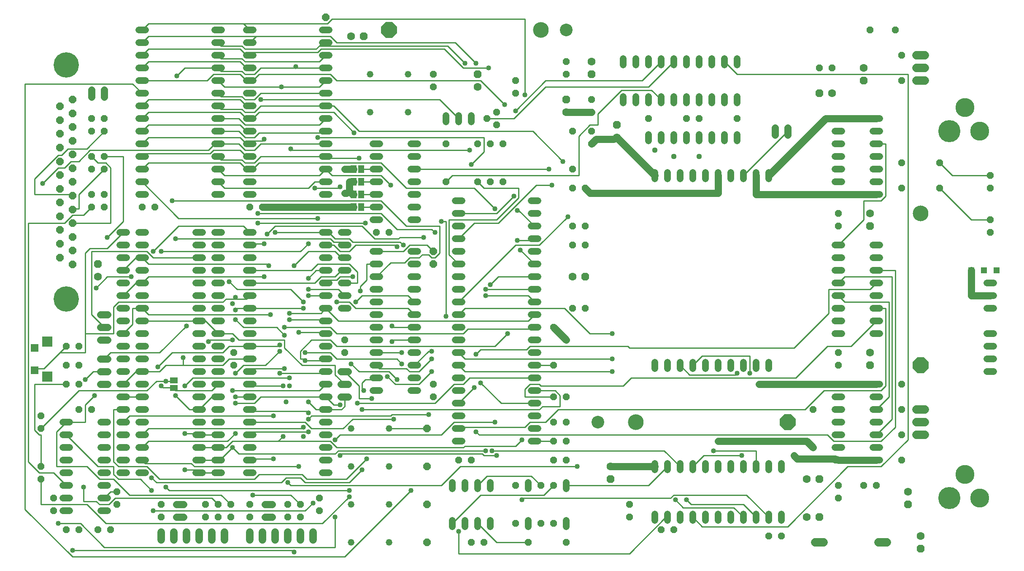
<source format=gbl>
G04 EAGLE Gerber RS-274X export*
G75*
%MOMM*%
%FSLAX34Y34*%
%LPD*%
%INBottom Copper*%
%IPPOS*%
%AMOC8*
5,1,8,0,0,1.08239X$1,22.5*%
G01*
%ADD10C,1.676400*%
%ADD11P,1.732040X8X292.500000*%
%ADD12C,1.600200*%
%ADD13P,1.429621X8X292.500000*%
%ADD14P,1.429621X8X202.500000*%
%ADD15C,1.320800*%
%ADD16P,1.429621X8X112.500000*%
%ADD17P,1.429621X8X22.500000*%
%ADD18C,1.422400*%
%ADD19P,1.539592X8X22.500000*%
%ADD20P,1.539592X8X202.500000*%
%ADD21C,3.149600*%
%ADD22P,3.409096X8X22.500000*%
%ADD23P,3.409096X8X292.500000*%
%ADD24P,1.732040X8X202.500000*%
%ADD25P,1.732040X8X22.500000*%
%ADD26P,1.732040X8X112.500000*%
%ADD27C,1.320800*%
%ADD28R,1.168400X1.600200*%
%ADD29C,1.524000*%
%ADD30R,1.524000X1.524000*%
%ADD31R,2.095500X2.095500*%
%ADD32C,4.445000*%
%ADD33C,3.810000*%
%ADD34C,2.540000*%
%ADD35P,1.649562X8X112.500000*%
%ADD36C,5.080000*%
%ADD37P,3.409096X8X202.500000*%
%ADD38P,1.649562X8X22.500000*%
%ADD39R,1.308000X1.308000*%
%ADD40R,1.600200X1.168400*%
%ADD41C,1.117600*%
%ADD42C,1.016000*%
%ADD43C,0.254000*%


D10*
X1795018Y1016000D02*
X1811782Y1016000D01*
X1811782Y990600D02*
X1795018Y990600D01*
X1795018Y965200D02*
X1811782Y965200D01*
D11*
X1689100Y965200D03*
D12*
X1689100Y990600D03*
D13*
X1765300Y1016000D03*
X1765300Y965200D03*
D14*
X1752600Y1066800D03*
X1701800Y1066800D03*
D15*
X1035304Y241300D02*
X1022096Y241300D01*
X1022096Y266700D02*
X1035304Y266700D01*
X1035304Y393700D02*
X1022096Y393700D01*
X1022096Y419100D02*
X1035304Y419100D01*
X1035304Y292100D02*
X1022096Y292100D01*
X1022096Y317500D02*
X1035304Y317500D01*
X1035304Y368300D02*
X1022096Y368300D01*
X1022096Y342900D02*
X1035304Y342900D01*
X1035304Y444500D02*
X1022096Y444500D01*
X1022096Y469900D02*
X1035304Y469900D01*
X1035304Y495300D02*
X1022096Y495300D01*
X1022096Y520700D02*
X1035304Y520700D01*
X1035304Y546100D02*
X1022096Y546100D01*
X1022096Y571500D02*
X1035304Y571500D01*
X1035304Y596900D02*
X1022096Y596900D01*
X1022096Y622300D02*
X1035304Y622300D01*
X1035304Y647700D02*
X1022096Y647700D01*
X1022096Y673100D02*
X1035304Y673100D01*
X1035304Y698500D02*
X1022096Y698500D01*
X1022096Y723900D02*
X1035304Y723900D01*
X882904Y723900D02*
X869696Y723900D01*
X869696Y698500D02*
X882904Y698500D01*
X882904Y673100D02*
X869696Y673100D01*
X869696Y647700D02*
X882904Y647700D01*
X882904Y622300D02*
X869696Y622300D01*
X869696Y596900D02*
X882904Y596900D01*
X882904Y571500D02*
X869696Y571500D01*
X869696Y546100D02*
X882904Y546100D01*
X882904Y520700D02*
X869696Y520700D01*
X869696Y495300D02*
X882904Y495300D01*
X882904Y469900D02*
X869696Y469900D01*
X869696Y444500D02*
X882904Y444500D01*
X882904Y419100D02*
X869696Y419100D01*
X869696Y393700D02*
X882904Y393700D01*
X882904Y368300D02*
X869696Y368300D01*
X869696Y342900D02*
X882904Y342900D01*
X882904Y317500D02*
X869696Y317500D01*
X869696Y292100D02*
X882904Y292100D01*
X882904Y266700D02*
X869696Y266700D01*
X869696Y241300D02*
X882904Y241300D01*
X1270000Y95504D02*
X1270000Y82296D01*
X1295400Y82296D02*
X1295400Y95504D01*
X1320800Y95504D02*
X1320800Y82296D01*
X1346200Y82296D02*
X1346200Y95504D01*
X1371600Y95504D02*
X1371600Y82296D01*
X1397000Y82296D02*
X1397000Y95504D01*
X1422400Y95504D02*
X1422400Y82296D01*
X1447800Y82296D02*
X1447800Y95504D01*
X1473200Y95504D02*
X1473200Y82296D01*
X1498600Y82296D02*
X1498600Y95504D01*
X1524000Y95504D02*
X1524000Y82296D01*
X1524000Y183896D02*
X1524000Y197104D01*
X1498600Y197104D02*
X1498600Y183896D01*
X1473200Y183896D02*
X1473200Y197104D01*
X1447800Y197104D02*
X1447800Y183896D01*
X1422400Y183896D02*
X1422400Y197104D01*
X1397000Y197104D02*
X1397000Y183896D01*
X1371600Y183896D02*
X1371600Y197104D01*
X1346200Y197104D02*
X1346200Y183896D01*
X1320800Y183896D02*
X1320800Y197104D01*
X1295400Y197104D02*
X1295400Y183896D01*
X1270000Y183896D02*
X1270000Y197104D01*
X1206500Y920496D02*
X1206500Y933704D01*
X1231900Y933704D02*
X1231900Y920496D01*
X1358900Y920496D02*
X1358900Y933704D01*
X1384300Y933704D02*
X1384300Y920496D01*
X1257300Y920496D02*
X1257300Y933704D01*
X1282700Y933704D02*
X1282700Y920496D01*
X1333500Y920496D02*
X1333500Y933704D01*
X1308100Y933704D02*
X1308100Y920496D01*
X1409700Y920496D02*
X1409700Y933704D01*
X1435100Y933704D02*
X1435100Y920496D01*
X1435100Y996696D02*
X1435100Y1009904D01*
X1409700Y1009904D02*
X1409700Y996696D01*
X1384300Y996696D02*
X1384300Y1009904D01*
X1358900Y1009904D02*
X1358900Y996696D01*
X1333500Y996696D02*
X1333500Y1009904D01*
X1308100Y1009904D02*
X1308100Y996696D01*
X1282700Y996696D02*
X1282700Y1009904D01*
X1257300Y1009904D02*
X1257300Y996696D01*
X1231900Y996696D02*
X1231900Y1009904D01*
X1206500Y1009904D02*
X1206500Y996696D01*
D16*
X850900Y762000D03*
X850900Y838200D03*
D13*
X914400Y838200D03*
X914400Y762000D03*
D17*
X1498600Y50800D03*
X1524000Y50800D03*
D16*
X1143000Y901700D03*
X1143000Y927100D03*
X1104900Y787400D03*
X1104900Y863600D03*
D15*
X1270000Y400304D02*
X1270000Y387096D01*
X1295400Y387096D02*
X1295400Y400304D01*
X1422400Y400304D02*
X1422400Y387096D01*
X1447800Y387096D02*
X1447800Y400304D01*
X1320800Y400304D02*
X1320800Y387096D01*
X1346200Y387096D02*
X1346200Y400304D01*
X1397000Y400304D02*
X1397000Y387096D01*
X1371600Y387096D02*
X1371600Y400304D01*
X1473200Y400304D02*
X1473200Y387096D01*
X1498600Y387096D02*
X1498600Y400304D01*
X1498600Y768096D02*
X1498600Y781304D01*
X1473200Y781304D02*
X1473200Y768096D01*
X1447800Y768096D02*
X1447800Y781304D01*
X1422400Y781304D02*
X1422400Y768096D01*
X1397000Y768096D02*
X1397000Y781304D01*
X1371600Y781304D02*
X1371600Y768096D01*
X1346200Y768096D02*
X1346200Y781304D01*
X1320800Y781304D02*
X1320800Y768096D01*
X1295400Y768096D02*
X1295400Y781304D01*
X1270000Y781304D02*
X1270000Y768096D01*
D18*
X1511300Y856488D02*
X1511300Y870712D01*
X1536700Y870712D02*
X1536700Y856488D01*
D13*
X1587500Y304800D03*
X1587500Y228600D03*
D19*
X1257300Y889000D03*
X1333500Y889000D03*
D20*
X1435100Y889000D03*
X1358900Y889000D03*
D16*
X1143000Y838200D03*
X1143000Y863600D03*
D13*
X1104900Y749300D03*
X1104900Y673100D03*
X1130300Y749300D03*
X1130300Y673100D03*
D15*
X1257300Y844296D02*
X1257300Y857504D01*
X1282700Y857504D02*
X1282700Y844296D01*
X1308100Y844296D02*
X1308100Y857504D01*
X1333500Y857504D02*
X1333500Y844296D01*
X1358900Y844296D02*
X1358900Y857504D01*
X1384300Y857504D02*
X1384300Y844296D01*
X1409700Y844296D02*
X1409700Y857504D01*
X1435100Y857504D02*
X1435100Y844296D01*
X1707896Y457200D02*
X1721104Y457200D01*
X1721104Y482600D02*
X1707896Y482600D01*
X1707896Y609600D02*
X1721104Y609600D01*
X1721104Y635000D02*
X1707896Y635000D01*
X1707896Y508000D02*
X1721104Y508000D01*
X1721104Y533400D02*
X1707896Y533400D01*
X1707896Y584200D02*
X1721104Y584200D01*
X1721104Y558800D02*
X1707896Y558800D01*
X1644904Y635000D02*
X1631696Y635000D01*
X1631696Y609600D02*
X1644904Y609600D01*
X1644904Y584200D02*
X1631696Y584200D01*
X1631696Y558800D02*
X1644904Y558800D01*
X1644904Y533400D02*
X1631696Y533400D01*
X1631696Y508000D02*
X1644904Y508000D01*
X1644904Y482600D02*
X1631696Y482600D01*
X1631696Y457200D02*
X1644904Y457200D01*
X1707896Y203200D02*
X1721104Y203200D01*
X1721104Y228600D02*
X1707896Y228600D01*
X1707896Y355600D02*
X1721104Y355600D01*
X1644904Y355600D02*
X1631696Y355600D01*
X1707896Y254000D02*
X1721104Y254000D01*
X1721104Y279400D02*
X1707896Y279400D01*
X1707896Y330200D02*
X1721104Y330200D01*
X1721104Y304800D02*
X1707896Y304800D01*
X1644904Y330200D02*
X1631696Y330200D01*
X1631696Y304800D02*
X1644904Y304800D01*
X1644904Y279400D02*
X1631696Y279400D01*
X1631696Y254000D02*
X1644904Y254000D01*
X1644904Y228600D02*
X1631696Y228600D01*
X1631696Y203200D02*
X1644904Y203200D01*
X1707896Y736600D02*
X1721104Y736600D01*
X1721104Y762000D02*
X1707896Y762000D01*
X1707896Y889000D02*
X1721104Y889000D01*
X1644904Y889000D02*
X1631696Y889000D01*
X1707896Y787400D02*
X1721104Y787400D01*
X1721104Y812800D02*
X1707896Y812800D01*
X1707896Y863600D02*
X1721104Y863600D01*
X1721104Y838200D02*
X1707896Y838200D01*
X1644904Y863600D02*
X1631696Y863600D01*
X1631696Y838200D02*
X1644904Y838200D01*
X1644904Y812800D02*
X1631696Y812800D01*
X1631696Y787400D02*
X1644904Y787400D01*
X1644904Y762000D02*
X1631696Y762000D01*
X1631696Y736600D02*
X1644904Y736600D01*
D16*
X965200Y762000D03*
X965200Y838200D03*
D15*
X863600Y82804D02*
X863600Y69596D01*
X889000Y69596D02*
X889000Y82804D01*
X914400Y82804D02*
X914400Y69596D01*
X939800Y69596D02*
X939800Y82804D01*
X939800Y145796D02*
X939800Y159004D01*
X914400Y159004D02*
X914400Y145796D01*
X889000Y145796D02*
X889000Y159004D01*
X863600Y159004D02*
X863600Y145796D01*
D13*
X1041400Y152400D03*
X1041400Y76200D03*
D16*
X990600Y76200D03*
X990600Y152400D03*
D13*
X939800Y838200D03*
X939800Y762000D03*
D15*
X1016000Y159004D02*
X1016000Y145796D01*
X1016000Y82804D02*
X1016000Y69596D01*
D16*
X1066800Y76200D03*
X1066800Y152400D03*
D15*
X1092200Y82804D02*
X1092200Y69596D01*
X1092200Y145796D02*
X1092200Y159004D01*
D17*
X1016000Y38100D03*
X1092200Y38100D03*
X1066800Y203200D03*
X1092200Y203200D03*
X1066800Y241300D03*
X1092200Y241300D03*
D16*
X1066800Y393700D03*
X1066800Y469900D03*
D15*
X901700Y882396D02*
X901700Y895604D01*
X850900Y895604D02*
X850900Y882396D01*
X876300Y882396D02*
X876300Y895604D01*
D16*
X952500Y901700D03*
X933450Y889000D03*
X952500Y876300D03*
D17*
X1066800Y330200D03*
X1092200Y330200D03*
X1066800Y279400D03*
X1092200Y279400D03*
D21*
X1231900Y279400D03*
D22*
X1536700Y279400D03*
D21*
X1803400Y698500D03*
D23*
X1803400Y393700D03*
D13*
X1638300Y698500D03*
X1638300Y673100D03*
X1638300Y419100D03*
X1638300Y393700D03*
D11*
X1701800Y673100D03*
D12*
X1701800Y698500D03*
D11*
X1701800Y393700D03*
D12*
X1701800Y419100D03*
D24*
X1600200Y939800D03*
D12*
X1625600Y939800D03*
D25*
X1600200Y165100D03*
D12*
X1574800Y165100D03*
D25*
X1600200Y88900D03*
D12*
X1574800Y88900D03*
D17*
X901700Y38100D03*
X927100Y38100D03*
D11*
X1181100Y165100D03*
D12*
X1181100Y190500D03*
D17*
X1282700Y63500D03*
X1308100Y63500D03*
D13*
X1219200Y114300D03*
X1219200Y88900D03*
D25*
X1130300Y571500D03*
D12*
X1104900Y571500D03*
D17*
X1104900Y508000D03*
X1130300Y508000D03*
X1104900Y635000D03*
X1130300Y635000D03*
D26*
X1092200Y927100D03*
D12*
X1092200Y901700D03*
D11*
X1143000Y977900D03*
D12*
X1143000Y1003300D03*
D13*
X1092200Y1003300D03*
X1092200Y977900D03*
X990600Y965200D03*
X990600Y939800D03*
D26*
X914400Y977900D03*
D12*
X914400Y952500D03*
D26*
X1193800Y876300D03*
D12*
X1193800Y850900D03*
D13*
X1638300Y152400D03*
X1638300Y127000D03*
D17*
X1689100Y152400D03*
X1714500Y152400D03*
D14*
X1625600Y990600D03*
X1600200Y990600D03*
D16*
X1943100Y660400D03*
X1943100Y685800D03*
X1943100Y749300D03*
X1943100Y774700D03*
D17*
X1765300Y749300D03*
X1841500Y749300D03*
X1765300Y800100D03*
X1841500Y800100D03*
D10*
X1811782Y304800D02*
X1795018Y304800D01*
X1795018Y279400D02*
X1811782Y279400D01*
X1811782Y254000D02*
X1795018Y254000D01*
D11*
X1803400Y25400D03*
D12*
X1803400Y50800D03*
D16*
X1765300Y304800D03*
X1765300Y355600D03*
D13*
X1765300Y254000D03*
X1765300Y203200D03*
D15*
X794004Y685800D02*
X780796Y685800D01*
X780796Y711200D02*
X794004Y711200D01*
X794004Y838200D02*
X780796Y838200D01*
X717804Y838200D02*
X704596Y838200D01*
X780796Y736600D02*
X794004Y736600D01*
X794004Y762000D02*
X780796Y762000D01*
X780796Y812800D02*
X794004Y812800D01*
X794004Y787400D02*
X780796Y787400D01*
X717804Y812800D02*
X704596Y812800D01*
X704596Y787400D02*
X717804Y787400D01*
X717804Y762000D02*
X704596Y762000D01*
X704596Y736600D02*
X717804Y736600D01*
X717804Y711200D02*
X704596Y711200D01*
X704596Y685800D02*
X717804Y685800D01*
D27*
X698500Y977900D03*
X698500Y901700D03*
X774700Y901700D03*
X774700Y977900D03*
D28*
X665480Y787400D03*
X680720Y787400D03*
X665480Y736600D03*
X680720Y736600D03*
X665480Y762000D03*
X680720Y762000D03*
X665480Y711200D03*
X680720Y711200D03*
D16*
X825500Y952500D03*
X825500Y977900D03*
D17*
X711200Y660400D03*
X736600Y660400D03*
D15*
X1936496Y558800D02*
X1949704Y558800D01*
X1949704Y533400D02*
X1936496Y533400D01*
X1936496Y457200D02*
X1949704Y457200D01*
X1949704Y431800D02*
X1936496Y431800D01*
X1936496Y406400D02*
X1949704Y406400D01*
X1949704Y508000D02*
X1936496Y508000D01*
X1936496Y381000D02*
X1949704Y381000D01*
X616204Y736600D02*
X602996Y736600D01*
X602996Y762000D02*
X616204Y762000D01*
X616204Y787400D02*
X602996Y787400D01*
X602996Y812800D02*
X616204Y812800D01*
X616204Y838200D02*
X602996Y838200D01*
X602996Y863600D02*
X616204Y863600D01*
X616204Y889000D02*
X602996Y889000D01*
X602996Y914400D02*
X616204Y914400D01*
X616204Y939800D02*
X602996Y939800D01*
X602996Y965200D02*
X616204Y965200D01*
X616204Y990600D02*
X602996Y990600D01*
X602996Y1016000D02*
X616204Y1016000D01*
X616204Y1041400D02*
X602996Y1041400D01*
X602996Y1066800D02*
X616204Y1066800D01*
X463804Y1066800D02*
X450596Y1066800D01*
X450596Y1041400D02*
X463804Y1041400D01*
X463804Y1016000D02*
X450596Y1016000D01*
X450596Y990600D02*
X463804Y990600D01*
X463804Y965200D02*
X450596Y965200D01*
X450596Y939800D02*
X463804Y939800D01*
X463804Y914400D02*
X450596Y914400D01*
X450596Y889000D02*
X463804Y889000D01*
X463804Y863600D02*
X450596Y863600D01*
X450596Y838200D02*
X463804Y838200D01*
X463804Y812800D02*
X450596Y812800D01*
X450596Y787400D02*
X463804Y787400D01*
X463804Y762000D02*
X450596Y762000D01*
X450596Y736600D02*
X463804Y736600D01*
X400304Y736600D02*
X387096Y736600D01*
X387096Y762000D02*
X400304Y762000D01*
X400304Y889000D02*
X387096Y889000D01*
X387096Y914400D02*
X400304Y914400D01*
X400304Y787400D02*
X387096Y787400D01*
X387096Y812800D02*
X400304Y812800D01*
X400304Y863600D02*
X387096Y863600D01*
X387096Y838200D02*
X400304Y838200D01*
X400304Y939800D02*
X387096Y939800D01*
X387096Y965200D02*
X400304Y965200D01*
X400304Y990600D02*
X387096Y990600D01*
X387096Y1016000D02*
X400304Y1016000D01*
X400304Y1041400D02*
X387096Y1041400D01*
X387096Y1066800D02*
X400304Y1066800D01*
X247904Y1066800D02*
X234696Y1066800D01*
X234696Y1041400D02*
X247904Y1041400D01*
X247904Y1016000D02*
X234696Y1016000D01*
X234696Y990600D02*
X247904Y990600D01*
X247904Y965200D02*
X234696Y965200D01*
X234696Y939800D02*
X247904Y939800D01*
X247904Y914400D02*
X234696Y914400D01*
X234696Y889000D02*
X247904Y889000D01*
X247904Y863600D02*
X234696Y863600D01*
X234696Y838200D02*
X247904Y838200D01*
X247904Y812800D02*
X234696Y812800D01*
X234696Y787400D02*
X247904Y787400D01*
X247904Y762000D02*
X234696Y762000D01*
X234696Y736600D02*
X247904Y736600D01*
X602996Y177800D02*
X616204Y177800D01*
X616204Y203200D02*
X602996Y203200D01*
X602996Y330200D02*
X616204Y330200D01*
X616204Y355600D02*
X602996Y355600D01*
X602996Y228600D02*
X616204Y228600D01*
X616204Y254000D02*
X602996Y254000D01*
X602996Y304800D02*
X616204Y304800D01*
X616204Y279400D02*
X602996Y279400D01*
X602996Y381000D02*
X616204Y381000D01*
X616204Y406400D02*
X602996Y406400D01*
X602996Y431800D02*
X616204Y431800D01*
X616204Y457200D02*
X602996Y457200D01*
X602996Y482600D02*
X616204Y482600D01*
X616204Y508000D02*
X602996Y508000D01*
X602996Y533400D02*
X616204Y533400D01*
X616204Y558800D02*
X602996Y558800D01*
X602996Y584200D02*
X616204Y584200D01*
X616204Y609600D02*
X602996Y609600D01*
X602996Y635000D02*
X616204Y635000D01*
X616204Y660400D02*
X602996Y660400D01*
X463804Y660400D02*
X450596Y660400D01*
X450596Y635000D02*
X463804Y635000D01*
X463804Y609600D02*
X450596Y609600D01*
X450596Y584200D02*
X463804Y584200D01*
X463804Y558800D02*
X450596Y558800D01*
X450596Y533400D02*
X463804Y533400D01*
X463804Y508000D02*
X450596Y508000D01*
X450596Y482600D02*
X463804Y482600D01*
X463804Y457200D02*
X450596Y457200D01*
X450596Y431800D02*
X463804Y431800D01*
X463804Y406400D02*
X450596Y406400D01*
X450596Y381000D02*
X463804Y381000D01*
X463804Y355600D02*
X450596Y355600D01*
X450596Y330200D02*
X463804Y330200D01*
X463804Y304800D02*
X450596Y304800D01*
X450596Y279400D02*
X463804Y279400D01*
X463804Y254000D02*
X450596Y254000D01*
X450596Y228600D02*
X463804Y228600D01*
X463804Y203200D02*
X450596Y203200D01*
X450596Y177800D02*
X463804Y177800D01*
D29*
X279400Y58420D02*
X279400Y43180D01*
X304800Y43180D02*
X304800Y58420D01*
X330200Y58420D02*
X330200Y43180D01*
X355600Y43180D02*
X355600Y58420D01*
X381000Y58420D02*
X381000Y43180D01*
X406400Y43180D02*
X406400Y58420D01*
D13*
X279400Y114300D03*
X279400Y88900D03*
X368300Y114300D03*
X368300Y88900D03*
X393700Y114300D03*
X393700Y88900D03*
D18*
X324612Y88900D02*
X310388Y88900D01*
X310388Y114300D02*
X324612Y114300D01*
D29*
X457200Y58420D02*
X457200Y43180D01*
X482600Y43180D02*
X482600Y58420D01*
X508000Y58420D02*
X508000Y43180D01*
X533400Y43180D02*
X533400Y58420D01*
X558800Y58420D02*
X558800Y43180D01*
X584200Y43180D02*
X584200Y58420D01*
D13*
X457200Y114300D03*
X457200Y88900D03*
X533400Y114300D03*
X533400Y88900D03*
X558800Y114300D03*
X558800Y88900D03*
D18*
X502412Y88900D02*
X488188Y88900D01*
X488188Y114300D02*
X502412Y114300D01*
D15*
X362204Y177800D02*
X348996Y177800D01*
X348996Y203200D02*
X362204Y203200D01*
X362204Y330200D02*
X348996Y330200D01*
X348996Y355600D02*
X362204Y355600D01*
X362204Y228600D02*
X348996Y228600D01*
X348996Y254000D02*
X362204Y254000D01*
X362204Y304800D02*
X348996Y304800D01*
X348996Y279400D02*
X362204Y279400D01*
X362204Y381000D02*
X348996Y381000D01*
X348996Y406400D02*
X362204Y406400D01*
X362204Y431800D02*
X348996Y431800D01*
X348996Y457200D02*
X362204Y457200D01*
X362204Y482600D02*
X348996Y482600D01*
X348996Y508000D02*
X362204Y508000D01*
X362204Y533400D02*
X348996Y533400D01*
X348996Y558800D02*
X362204Y558800D01*
X362204Y584200D02*
X348996Y584200D01*
X348996Y609600D02*
X362204Y609600D01*
X362204Y635000D02*
X348996Y635000D01*
X348996Y660400D02*
X362204Y660400D01*
X209804Y660400D02*
X196596Y660400D01*
X196596Y635000D02*
X209804Y635000D01*
X209804Y609600D02*
X196596Y609600D01*
X196596Y584200D02*
X209804Y584200D01*
X209804Y558800D02*
X196596Y558800D01*
X196596Y533400D02*
X209804Y533400D01*
X209804Y508000D02*
X196596Y508000D01*
X196596Y482600D02*
X209804Y482600D01*
X209804Y457200D02*
X196596Y457200D01*
X196596Y431800D02*
X209804Y431800D01*
X209804Y406400D02*
X196596Y406400D01*
X196596Y381000D02*
X209804Y381000D01*
X209804Y355600D02*
X196596Y355600D01*
X196596Y330200D02*
X209804Y330200D01*
X209804Y304800D02*
X196596Y304800D01*
X196596Y279400D02*
X209804Y279400D01*
X209804Y254000D02*
X196596Y254000D01*
X196596Y228600D02*
X209804Y228600D01*
X209804Y203200D02*
X196596Y203200D01*
X196596Y177800D02*
X209804Y177800D01*
D27*
X660400Y38100D03*
X736600Y38100D03*
X736600Y114300D03*
X660400Y114300D03*
D30*
X25654Y428879D03*
X25654Y383921D03*
D31*
X50546Y441452D03*
X50546Y371348D03*
D17*
X88900Y431800D03*
X114300Y431800D03*
D32*
X1861300Y127000D03*
D33*
X1922300Y127000D03*
X1892300Y175000D03*
D34*
X1092200Y1066800D03*
D35*
X101600Y596392D03*
X101600Y624078D03*
X101600Y651510D03*
X101600Y679196D03*
X101600Y706882D03*
X101600Y734314D03*
X101600Y762000D03*
X101600Y789686D03*
X101600Y817118D03*
X101600Y844804D03*
X101600Y872490D03*
X101600Y899922D03*
X101600Y927608D03*
X76200Y610108D03*
X76200Y637794D03*
X76200Y665480D03*
X76200Y692912D03*
X76200Y720598D03*
X76200Y748284D03*
X76200Y775716D03*
X76200Y803402D03*
X76200Y831088D03*
X76200Y858520D03*
X76200Y886206D03*
X76200Y913892D03*
D36*
X88900Y526796D03*
X88900Y997204D03*
D15*
X158496Y101600D02*
X171704Y101600D01*
X171704Y127000D02*
X158496Y127000D01*
X158496Y254000D02*
X171704Y254000D01*
X171704Y279400D02*
X158496Y279400D01*
X158496Y152400D02*
X171704Y152400D01*
X171704Y177800D02*
X158496Y177800D01*
X158496Y228600D02*
X171704Y228600D01*
X171704Y203200D02*
X158496Y203200D01*
X95504Y279400D02*
X82296Y279400D01*
X82296Y254000D02*
X95504Y254000D01*
X95504Y228600D02*
X82296Y228600D01*
X82296Y203200D02*
X95504Y203200D01*
X95504Y177800D02*
X82296Y177800D01*
X82296Y152400D02*
X95504Y152400D01*
X95504Y127000D02*
X82296Y127000D01*
X82296Y101600D02*
X95504Y101600D01*
D14*
X177800Y63500D03*
X152400Y63500D03*
X114300Y63500D03*
X88900Y63500D03*
D13*
X190500Y139700D03*
X190500Y114300D03*
D17*
X114300Y304800D03*
X139700Y304800D03*
D16*
X63500Y101600D03*
X63500Y127000D03*
D19*
X139700Y711200D03*
X165100Y711200D03*
X139700Y736600D03*
X165100Y736600D03*
X139700Y787400D03*
X165100Y787400D03*
X139700Y812800D03*
X165100Y812800D03*
D18*
X157988Y406400D02*
X172212Y406400D01*
X172212Y381000D02*
X157988Y381000D01*
X157988Y355600D02*
X172212Y355600D01*
D19*
X139700Y863600D03*
X165100Y863600D03*
X139700Y889000D03*
X165100Y889000D03*
D18*
X139700Y932688D02*
X139700Y946912D01*
X165100Y946912D02*
X165100Y932688D01*
X157988Y495300D02*
X172212Y495300D01*
X172212Y469900D02*
X157988Y469900D01*
X157988Y444500D02*
X172212Y444500D01*
D13*
X419100Y114300D03*
X419100Y88900D03*
D16*
X825500Y330200D03*
X825500Y355600D03*
D13*
X596900Y127000D03*
X596900Y101600D03*
D17*
X876300Y203200D03*
X901700Y203200D03*
D16*
X424815Y393700D03*
X424815Y419100D03*
X647700Y419100D03*
X647700Y444500D03*
D17*
X241300Y711200D03*
X266700Y711200D03*
X457200Y711200D03*
X482600Y711200D03*
D25*
X685800Y1054100D03*
D12*
X660400Y1054100D03*
D26*
X152400Y596900D03*
D12*
X152400Y571500D03*
D11*
X1778000Y114300D03*
D12*
X1778000Y139700D03*
D34*
X1155700Y279400D03*
D21*
X1041400Y1066800D03*
D37*
X736600Y1066800D03*
D35*
X812800Y114300D03*
X812800Y38100D03*
D15*
X794004Y342900D02*
X780796Y342900D01*
X780796Y368300D02*
X794004Y368300D01*
X794004Y393700D02*
X780796Y393700D01*
X780796Y419100D02*
X794004Y419100D01*
X794004Y444500D02*
X780796Y444500D01*
X780796Y469900D02*
X794004Y469900D01*
X794004Y495300D02*
X780796Y495300D01*
X780796Y520700D02*
X794004Y520700D01*
X794004Y546100D02*
X780796Y546100D01*
X780796Y571500D02*
X794004Y571500D01*
X794004Y596900D02*
X780796Y596900D01*
X780796Y622300D02*
X794004Y622300D01*
X717804Y622300D02*
X704596Y622300D01*
X704596Y596900D02*
X717804Y596900D01*
X717804Y571500D02*
X704596Y571500D01*
X704596Y546100D02*
X717804Y546100D01*
X717804Y520700D02*
X704596Y520700D01*
X704596Y495300D02*
X717804Y495300D01*
X717804Y469900D02*
X704596Y469900D01*
X704596Y444500D02*
X717804Y444500D01*
X717804Y419100D02*
X704596Y419100D01*
X704596Y393700D02*
X717804Y393700D01*
X717804Y368300D02*
X704596Y368300D01*
X704596Y342900D02*
X717804Y342900D01*
D13*
X38100Y292100D03*
X38100Y266700D03*
X38100Y190500D03*
X38100Y165100D03*
D17*
X88900Y393700D03*
X114300Y393700D03*
X88900Y355600D03*
X114300Y355600D03*
D38*
X825500Y596900D03*
X825500Y622300D03*
X609600Y1092200D03*
D39*
X1905000Y584200D03*
X1930400Y584200D03*
X1955800Y584200D03*
D32*
X1861300Y863600D03*
D33*
X1922300Y863600D03*
X1892300Y911600D03*
D10*
X1735582Y38100D02*
X1718818Y38100D01*
X1608582Y38100D02*
X1591818Y38100D01*
D15*
X400304Y177800D02*
X387096Y177800D01*
X387096Y203200D02*
X400304Y203200D01*
X400304Y330200D02*
X387096Y330200D01*
X387096Y355600D02*
X400304Y355600D01*
X400304Y228600D02*
X387096Y228600D01*
X387096Y254000D02*
X400304Y254000D01*
X400304Y304800D02*
X387096Y304800D01*
X387096Y279400D02*
X400304Y279400D01*
X400304Y381000D02*
X387096Y381000D01*
X387096Y406400D02*
X400304Y406400D01*
X400304Y431800D02*
X387096Y431800D01*
X387096Y457200D02*
X400304Y457200D01*
X400304Y482600D02*
X387096Y482600D01*
X387096Y508000D02*
X400304Y508000D01*
X400304Y533400D02*
X387096Y533400D01*
X387096Y558800D02*
X400304Y558800D01*
X400304Y584200D02*
X387096Y584200D01*
X387096Y609600D02*
X400304Y609600D01*
X400304Y635000D02*
X387096Y635000D01*
X387096Y660400D02*
X400304Y660400D01*
X247904Y660400D02*
X234696Y660400D01*
X234696Y635000D02*
X247904Y635000D01*
X247904Y609600D02*
X234696Y609600D01*
X234696Y584200D02*
X247904Y584200D01*
X247904Y558800D02*
X234696Y558800D01*
X234696Y533400D02*
X247904Y533400D01*
X247904Y508000D02*
X234696Y508000D01*
X234696Y482600D02*
X247904Y482600D01*
X247904Y457200D02*
X234696Y457200D01*
X234696Y431800D02*
X247904Y431800D01*
X247904Y406400D02*
X234696Y406400D01*
X234696Y381000D02*
X247904Y381000D01*
X247904Y355600D02*
X234696Y355600D01*
X234696Y330200D02*
X247904Y330200D01*
X247904Y304800D02*
X234696Y304800D01*
X234696Y279400D02*
X247904Y279400D01*
X247904Y254000D02*
X234696Y254000D01*
X234696Y228600D02*
X247904Y228600D01*
X247904Y203200D02*
X234696Y203200D01*
X234696Y177800D02*
X247904Y177800D01*
D40*
X304800Y363220D03*
X304800Y347980D03*
D27*
X660400Y190500D03*
X736600Y190500D03*
X736600Y266700D03*
X660400Y266700D03*
D38*
X812800Y266700D03*
X812800Y190500D03*
D18*
X654812Y330200D02*
X640588Y330200D01*
X640588Y355600D02*
X654812Y355600D01*
X654812Y381000D02*
X640588Y381000D01*
D41*
X1308100Y812800D03*
X1270000Y825500D03*
X1358900Y812800D03*
D15*
X654304Y508000D02*
X641096Y508000D01*
X641096Y533400D02*
X654304Y533400D01*
X654304Y558800D02*
X641096Y558800D01*
X641096Y584200D02*
X654304Y584200D01*
X654304Y609600D02*
X641096Y609600D01*
X641096Y635000D02*
X654304Y635000D01*
X654304Y660400D02*
X641096Y660400D01*
D18*
X663575Y736600D02*
X657225Y742950D01*
X657225Y762000D01*
X665480Y762000D01*
X665480Y736600D02*
X663575Y736600D01*
X665480Y711200D02*
X482600Y711200D01*
X647700Y787400D02*
X665480Y787400D01*
X650875Y739775D02*
X647700Y739775D01*
X650875Y739775D02*
X657225Y742950D01*
D42*
X647700Y787400D03*
X647700Y739775D03*
D43*
X609600Y508000D02*
X635000Y482600D01*
X1016000Y482600D01*
X1028700Y495300D01*
X400050Y984250D02*
X393700Y990600D01*
X400050Y984250D02*
X441325Y984250D01*
X447675Y977900D01*
X466725Y977900D01*
X479425Y990600D01*
X549275Y990600D02*
X609600Y990600D01*
X549275Y990600D02*
X479425Y990600D01*
X327025Y990600D02*
X311150Y974725D01*
X327025Y990600D02*
X393700Y990600D01*
X609600Y508000D02*
X600075Y498475D01*
X536575Y498475D01*
X549275Y990600D02*
X549275Y993775D01*
D42*
X311150Y974725D03*
X536575Y498475D03*
X549275Y993775D03*
D43*
X393700Y177800D02*
X355600Y177800D01*
X574675Y533400D02*
X609600Y533400D01*
X400050Y1009650D02*
X393700Y1016000D01*
X400050Y1009650D02*
X441325Y1009650D01*
X447675Y1003300D01*
X596900Y1003300D01*
X609600Y1016000D01*
X1016000Y533400D02*
X1028700Y520700D01*
X1016000Y533400D02*
X930275Y533400D01*
X901700Y796925D02*
X927100Y822325D01*
X927100Y850900D01*
X593725Y850900D01*
X349250Y184150D02*
X355600Y177800D01*
X349250Y184150D02*
X327025Y184150D01*
D42*
X574675Y533400D03*
X930275Y533400D03*
X901700Y796925D03*
X593725Y850900D03*
X327025Y184150D03*
D43*
X606425Y460375D02*
X609600Y457200D01*
X606425Y460375D02*
X555625Y460375D01*
X400050Y1035050D02*
X393700Y1041400D01*
X400050Y1035050D02*
X441325Y1035050D01*
X447675Y1028700D01*
X590550Y1028700D01*
X596900Y1035050D02*
X603250Y1041400D01*
X596900Y1035050D02*
X590550Y1028700D01*
X603250Y1041400D02*
X609600Y1041400D01*
X930275Y546100D02*
X1028700Y546100D01*
X889000Y1000125D02*
X854075Y1035050D01*
X596900Y1035050D01*
X241300Y203200D02*
X247650Y196850D01*
X339725Y196850D01*
X346075Y190500D01*
X555625Y190500D01*
D42*
X555625Y460375D03*
X930275Y546100D03*
X889000Y1000125D03*
X555625Y190500D03*
D43*
X393700Y203200D02*
X355600Y203200D01*
X596900Y342900D02*
X609600Y355600D01*
X596900Y342900D02*
X422275Y342900D01*
X422275Y228600D02*
X396875Y203200D01*
X393700Y203200D01*
X241300Y1066800D02*
X254000Y1079500D01*
X444500Y1079500D01*
X457200Y1066800D01*
X1009650Y1089025D02*
X1009650Y936625D01*
X1009650Y1089025D02*
X622300Y1089025D01*
X612775Y1079500D01*
X444500Y1079500D01*
X422275Y228600D02*
X434975Y215900D01*
X628650Y215900D01*
X635000Y222250D01*
X930275Y222250D01*
X939800Y555625D02*
X955675Y571500D01*
X1028700Y571500D01*
D42*
X422275Y342900D03*
X422275Y228600D03*
X1009650Y936625D03*
X930275Y222250D03*
X939800Y555625D03*
D43*
X609600Y330200D02*
X479425Y330200D01*
X466725Y317500D01*
X428625Y317500D01*
X428625Y257175D02*
X412750Y241300D01*
X254000Y241300D01*
X241300Y228600D01*
X1000125Y625475D02*
X1028700Y596900D01*
X911225Y1000125D02*
X869950Y1041400D01*
X631825Y1041400D01*
X619125Y1054100D01*
X469900Y1054100D01*
X457200Y1041400D01*
X254000Y1054100D02*
X241300Y1041400D01*
X254000Y1054100D02*
X469900Y1054100D01*
X609600Y330200D02*
X625475Y314325D01*
X638175Y314325D01*
X641350Y215900D02*
X638175Y212725D01*
X641350Y215900D02*
X923925Y215900D01*
X927100Y212725D01*
X952500Y212725D01*
D42*
X428625Y317500D03*
X428625Y257175D03*
X1000125Y625475D03*
X911225Y1000125D03*
X638175Y314325D03*
X638175Y212725D03*
X952500Y212725D03*
D43*
X241300Y1016000D02*
X254000Y1028700D01*
X438150Y1028700D01*
X450850Y1016000D01*
X457200Y1016000D01*
X393700Y228600D02*
X355600Y228600D01*
X606425Y377825D02*
X609600Y381000D01*
X606425Y377825D02*
X517525Y377825D01*
X523875Y250825D02*
X514350Y241300D01*
X422275Y241300D01*
X409575Y228600D01*
X393700Y228600D01*
X990600Y231775D02*
X1003300Y244475D01*
X990600Y231775D02*
X889000Y231775D01*
X885825Y228600D01*
X631825Y228600D01*
X619125Y241300D01*
X514350Y241300D01*
X457200Y1016000D02*
X463550Y1022350D01*
X593725Y1022350D01*
X600075Y1028700D01*
X847725Y1028700D01*
X885825Y990600D01*
X936625Y990600D01*
D42*
X517525Y377825D03*
X523875Y250825D03*
X1003300Y244475D03*
X936625Y990600D03*
D43*
X254000Y1003300D02*
X241300Y990600D01*
X254000Y1003300D02*
X438150Y1003300D01*
X450850Y990600D01*
X457200Y990600D01*
X609600Y406400D02*
X606425Y403225D01*
X568325Y403225D01*
X565150Y269875D02*
X561975Y266700D01*
X254000Y266700D01*
X241300Y254000D01*
X1025525Y644525D02*
X1028700Y647700D01*
X1025525Y644525D02*
X993775Y644525D01*
X974725Y457200D02*
X949325Y431800D01*
X631825Y431800D01*
X619125Y444500D01*
X581025Y444500D01*
X558800Y422275D01*
X558800Y406400D01*
X565150Y406400D01*
X568325Y403225D01*
X542925Y825500D02*
X539750Y828675D01*
X542925Y825500D02*
X898525Y825500D01*
D42*
X568325Y403225D03*
X565150Y269875D03*
X993775Y644525D03*
X974725Y457200D03*
X539750Y828675D03*
X898525Y825500D03*
D43*
X393700Y254000D02*
X355600Y254000D01*
X371475Y965200D02*
X241300Y965200D01*
X371475Y965200D02*
X384175Y977900D01*
X438150Y977900D01*
X450850Y965200D01*
X457200Y965200D01*
X606425Y485775D02*
X609600Y482600D01*
X606425Y485775D02*
X536575Y485775D01*
X996950Y704850D02*
X1028700Y673100D01*
X996950Y704850D02*
X993775Y704850D01*
X968375Y917575D02*
X920750Y965200D01*
X631825Y965200D01*
X619125Y977900D01*
X476250Y977900D01*
X463550Y965200D01*
X457200Y965200D01*
X352425Y257175D02*
X355600Y254000D01*
X352425Y257175D02*
X327025Y257175D01*
X327025Y352425D02*
X342900Y368300D01*
X536575Y368300D01*
D42*
X536575Y485775D03*
X993775Y704850D03*
X968375Y917575D03*
X327025Y257175D03*
X327025Y352425D03*
X536575Y368300D03*
D18*
X1905000Y533400D02*
X1905000Y584200D01*
X1905000Y533400D02*
X1943100Y533400D01*
X1092200Y444500D02*
X1066800Y469900D01*
X1181100Y190500D02*
X1270000Y190500D01*
D42*
X1092200Y444500D03*
D43*
X876300Y60325D02*
X876300Y15875D01*
X1219200Y15875D01*
X1292225Y88900D01*
X1295400Y88900D01*
D42*
X876300Y60325D03*
D43*
X889000Y381000D02*
X876300Y393700D01*
X889000Y381000D02*
X1184275Y381000D01*
D42*
X1184275Y381000D03*
D43*
X889000Y406400D02*
X876300Y419100D01*
X889000Y406400D02*
X1184275Y406400D01*
X1311275Y123825D02*
X1327150Y107950D01*
X1428750Y107950D01*
X1447800Y88900D01*
D42*
X1184275Y406400D03*
X1311275Y123825D03*
D43*
X889000Y508000D02*
X876300Y495300D01*
X889000Y508000D02*
X1089025Y508000D01*
X1139825Y457200D01*
X1184275Y457200D01*
X1333500Y123825D02*
X1343025Y114300D01*
X1447800Y114300D01*
X1473200Y88900D01*
D42*
X1184275Y457200D03*
X1333500Y123825D03*
D43*
X1006475Y127000D02*
X1003300Y123825D01*
X1006475Y127000D02*
X1301750Y127000D01*
X1308100Y133350D01*
X1454150Y133350D01*
X1498600Y88900D01*
D42*
X1003300Y123825D03*
D43*
X952500Y698500D02*
X876300Y698500D01*
X952500Y698500D02*
X987425Y733425D01*
X990600Y904875D02*
X1050925Y965200D01*
X1244600Y965200D01*
X1282700Y1003300D01*
D42*
X987425Y733425D03*
X990600Y904875D03*
D43*
X990600Y635000D02*
X876300Y520700D01*
X990600Y635000D02*
X1038225Y635000D01*
X1095375Y692150D01*
D42*
X1095375Y692150D03*
D43*
X908050Y679450D02*
X876300Y647700D01*
X908050Y679450D02*
X955675Y679450D01*
X1031875Y755650D01*
X1063625Y755650D01*
D42*
X1063625Y755650D03*
D43*
X1263650Y946150D02*
X1282700Y927100D01*
X1263650Y946150D02*
X1203325Y946150D01*
X1155700Y898525D01*
X1155700Y876300D01*
X1139825Y876300D01*
X1117600Y854075D01*
X1117600Y774700D01*
X863600Y774700D01*
X850900Y762000D01*
X857250Y615950D02*
X876300Y596900D01*
X857250Y615950D02*
X857250Y685800D01*
X952500Y685800D01*
X996950Y730250D01*
X996950Y749300D01*
X927100Y749300D01*
X914400Y762000D01*
X787400Y787400D02*
X1057275Y787400D01*
D42*
X1057275Y787400D03*
D18*
X1092200Y901700D02*
X1143000Y901700D01*
D43*
X1447800Y774700D02*
X1536700Y863600D01*
X1435100Y377825D02*
X1431925Y374650D01*
X1339850Y374650D01*
X1320800Y393700D01*
D42*
X1435100Y377825D03*
D43*
X1460500Y377825D02*
X1460500Y412750D01*
X1365250Y412750D01*
X1346200Y393700D01*
D42*
X1460500Y377825D03*
D43*
X1473200Y222250D02*
X1473200Y190500D01*
X1473200Y222250D02*
X1387475Y222250D01*
D42*
X1387475Y222250D03*
D43*
X1368425Y212725D02*
X1346200Y190500D01*
X1368425Y212725D02*
X1444625Y212725D01*
D42*
X1444625Y212725D03*
D18*
X1574800Y241300D02*
X1587500Y228600D01*
X1574800Y241300D02*
X1397000Y241300D01*
D42*
X1397000Y241300D03*
D43*
X1346200Y88900D02*
X1365250Y69850D01*
X1536700Y69850D01*
X1657350Y190500D01*
X1724025Y190500D01*
X1778000Y244475D01*
X1778000Y977900D01*
X1435100Y977900D01*
X1409700Y1003300D01*
D18*
X1397000Y774700D02*
X1397000Y739775D01*
X1139825Y739775D01*
X1130300Y749300D01*
X1193800Y850900D02*
X1270000Y774700D01*
X1152525Y847725D02*
X1143000Y838200D01*
X1152525Y847725D02*
X1187450Y847725D01*
X1193800Y850900D01*
D43*
X879475Y269875D02*
X876300Y266700D01*
X879475Y269875D02*
X1009650Y269875D01*
X1019175Y279400D01*
X1050925Y279400D01*
X1076325Y304800D01*
X1571625Y304800D01*
X1609725Y342900D01*
X1724025Y342900D01*
X1733550Y352425D01*
X1733550Y508000D01*
X1714500Y508000D01*
X908050Y349250D02*
X876300Y317500D01*
X911225Y415925D02*
X920750Y425450D01*
X1012825Y425450D01*
X1019175Y431800D01*
X1216025Y431800D01*
X1219200Y428625D01*
X1549400Y428625D01*
X1619250Y498475D01*
X1619250Y546100D01*
X1701800Y546100D01*
X1714500Y558800D01*
D42*
X908050Y349250D03*
X911225Y415925D03*
D43*
X911225Y260350D02*
X917575Y254000D01*
X1616075Y254000D01*
X1628775Y241300D01*
X1724025Y241300D01*
X1752600Y269875D01*
X1752600Y584200D01*
X1714500Y584200D01*
D42*
X911225Y260350D03*
D43*
X1714500Y254000D02*
X1746250Y285750D01*
X1746250Y571500D01*
X1651000Y571500D01*
X1638300Y558800D01*
X1739900Y330200D02*
X1714500Y304800D01*
X1739900Y330200D02*
X1739900Y520700D01*
X1651000Y520700D01*
X1638300Y533400D01*
X1638300Y635000D02*
X1689100Y685800D01*
X1689100Y723900D01*
X1724025Y723900D01*
X1733550Y733425D01*
X1733550Y838200D01*
X1714500Y838200D01*
D18*
X1638300Y355600D02*
X1479550Y355600D01*
X1638300Y355600D02*
X1714500Y355600D01*
D42*
X1479550Y355600D03*
D18*
X1638300Y203200D02*
X1714500Y203200D01*
X1555750Y206375D02*
X1549400Y212725D01*
X1555750Y206375D02*
X1631950Y206375D01*
X1638300Y203200D01*
D42*
X1549400Y212725D03*
D18*
X1498600Y774700D02*
X1612900Y889000D01*
X1638300Y889000D01*
X1714500Y889000D01*
X1473200Y774700D02*
X1473200Y736600D01*
X1638300Y736600D01*
X1714500Y736600D01*
D43*
X1289050Y222250D02*
X1320800Y190500D01*
X1289050Y222250D02*
X942975Y222250D01*
D42*
X942975Y222250D03*
D43*
X933450Y171450D02*
X914400Y152400D01*
X933450Y171450D02*
X1022350Y171450D01*
X1041400Y152400D01*
X1028700Y241300D02*
X1066800Y241300D01*
X914400Y76200D02*
X952500Y38100D01*
X1016000Y38100D01*
X1028700Y393700D02*
X1066800Y393700D01*
X717550Y387350D02*
X711200Y393700D01*
X717550Y387350D02*
X771525Y387350D01*
X777875Y381000D01*
X796925Y381000D01*
X822325Y406400D01*
D42*
X822325Y406400D03*
D43*
X1257300Y952500D02*
X1308100Y1003300D01*
X1257300Y952500D02*
X1050925Y952500D01*
X987425Y889000D01*
X933450Y889000D01*
X1663700Y431800D02*
X1714500Y482600D01*
X1663700Y431800D02*
X1616075Y431800D01*
X1552575Y368300D01*
X1222375Y368300D01*
X1206500Y352425D01*
X1041400Y352425D01*
X1038225Y355600D01*
X1019175Y355600D01*
X1009650Y346075D01*
X1009650Y330200D01*
X1066800Y330200D01*
X1841500Y749300D02*
X1905000Y685800D01*
X1943100Y685800D01*
X1866900Y774700D02*
X1841500Y800100D01*
X1866900Y774700D02*
X1943100Y774700D01*
X711200Y787400D02*
X680720Y787400D01*
X680720Y736600D02*
X711200Y736600D01*
X711200Y762000D02*
X680720Y762000D01*
X680720Y711200D02*
X711200Y711200D01*
X406400Y952500D02*
X393700Y965200D01*
X520700Y952500D02*
X596900Y952500D01*
X520700Y952500D02*
X406400Y952500D01*
X596900Y952500D02*
X609600Y965200D01*
X241300Y330200D02*
X203200Y330200D01*
X415925Y431800D02*
X457200Y431800D01*
X415925Y431800D02*
X403225Y419100D01*
X301625Y419100D01*
X273050Y390525D01*
X1025525Y466725D02*
X1028700Y469900D01*
X1025525Y466725D02*
X895350Y466725D01*
X885825Y457200D01*
X631825Y457200D01*
X619125Y469900D01*
X527050Y469900D01*
X517525Y434975D02*
X514350Y431800D01*
X457200Y431800D01*
D42*
X273050Y390525D03*
X527050Y469900D03*
X517525Y434975D03*
X520700Y952500D03*
D43*
X400050Y933450D02*
X393700Y939800D01*
X400050Y933450D02*
X441325Y933450D01*
X447675Y927100D01*
X466725Y927100D01*
X479425Y939800D01*
X609600Y939800D01*
X228600Y381000D02*
X203200Y355600D01*
X228600Y381000D02*
X241300Y381000D01*
X415925Y406400D02*
X457200Y406400D01*
X415925Y406400D02*
X403225Y393700D01*
X323850Y393700D02*
X288925Y393700D01*
X323850Y393700D02*
X403225Y393700D01*
X288925Y393700D02*
X276225Y381000D01*
X241300Y381000D01*
X323850Y393700D02*
X323850Y409575D01*
D42*
X323850Y409575D03*
D43*
X457200Y381000D02*
X463550Y387350D01*
X527050Y387350D01*
X533400Y158750D02*
X539750Y152400D01*
X841375Y152400D01*
X879475Y190500D01*
X1114425Y190500D01*
X1085850Y803275D02*
X1025525Y863600D01*
X676275Y863600D01*
X625475Y914400D01*
X609600Y914400D01*
X400050Y908050D02*
X393700Y914400D01*
X400050Y908050D02*
X441325Y908050D01*
X447675Y901700D01*
X466725Y901700D01*
X479425Y914400D01*
X609600Y914400D01*
D42*
X527050Y387350D03*
X536575Y352425D03*
X530225Y320675D03*
X533400Y158750D03*
X1114425Y190500D03*
X1085850Y803275D03*
D43*
X460375Y352425D02*
X457200Y355600D01*
X460375Y352425D02*
X523875Y352425D01*
X542925Y22225D02*
X546100Y19050D01*
X542925Y22225D02*
X101600Y22225D01*
X596900Y876300D02*
X609600Y889000D01*
X596900Y876300D02*
X447675Y876300D01*
X434975Y889000D01*
X393700Y889000D01*
D42*
X523875Y352425D03*
X546100Y19050D03*
X101600Y22225D03*
D43*
X428625Y330200D02*
X457200Y330200D01*
X428625Y377825D02*
X444500Y393700D01*
X488950Y393700D01*
X517525Y422275D01*
X527050Y454025D02*
X511175Y469900D01*
X444500Y469900D01*
X428625Y485775D01*
X606425Y860425D02*
X609600Y863600D01*
X606425Y860425D02*
X476250Y860425D01*
X466725Y850900D01*
X447675Y850900D01*
X434975Y863600D01*
X393700Y863600D01*
D42*
X428625Y330200D03*
X428625Y377825D03*
X517525Y422275D03*
X527050Y454025D03*
X428625Y485775D03*
X422275Y517525D03*
D43*
X457200Y304800D02*
X460375Y301625D01*
X571500Y301625D01*
X574675Y298450D01*
X628650Y88900D02*
X628650Y28575D01*
X165100Y28575D01*
X117475Y76200D01*
X73025Y76200D01*
X41275Y758825D02*
X73025Y790575D01*
X85725Y790575D01*
X98425Y803275D01*
X114300Y803275D01*
X136525Y825500D01*
X374650Y825500D01*
X387350Y838200D01*
X393700Y838200D01*
X479425Y838200D02*
X609600Y838200D01*
X479425Y838200D02*
X466725Y825500D01*
X447675Y825500D01*
X434975Y838200D01*
X393700Y838200D01*
D42*
X574675Y298450D03*
X565150Y250825D03*
X628650Y88900D03*
X73025Y76200D03*
X41275Y758825D03*
D43*
X393700Y812800D02*
X400050Y806450D01*
X441325Y806450D01*
X447675Y800100D01*
X466725Y800100D01*
X479425Y812800D01*
X609600Y812800D01*
X568325Y279400D02*
X457200Y279400D01*
X568325Y279400D02*
X581025Y266700D01*
X644525Y266700D01*
X663575Y285750D01*
X746125Y285750D01*
X742950Y441325D02*
X746125Y444500D01*
X787400Y444500D01*
X612775Y809625D02*
X609600Y812800D01*
X612775Y809625D02*
X676275Y809625D01*
D42*
X746125Y285750D03*
X742950Y441325D03*
X676275Y809625D03*
D43*
X406400Y774700D02*
X393700Y787400D01*
X406400Y774700D02*
X596900Y774700D01*
X609600Y787400D01*
X463550Y260350D02*
X457200Y254000D01*
X463550Y260350D02*
X574675Y260350D01*
X574675Y285750D02*
X581025Y292100D01*
X739775Y292100D01*
X742950Y295275D01*
X815975Y295275D01*
X622300Y774700D02*
X609600Y787400D01*
X622300Y774700D02*
X720725Y774700D01*
X739775Y755650D01*
X742950Y473075D02*
X746125Y469900D01*
X787400Y469900D01*
D42*
X574675Y260350D03*
X574675Y285750D03*
X815975Y295275D03*
X739775Y755650D03*
X742950Y473075D03*
D43*
X247650Y819150D02*
X241300Y812800D01*
X247650Y819150D02*
X377825Y819150D01*
X384175Y825500D01*
X438150Y825500D01*
X450850Y812800D01*
X457200Y812800D01*
X460375Y206375D02*
X457200Y203200D01*
X460375Y206375D02*
X504825Y206375D01*
X482600Y844550D02*
X485775Y847725D01*
X482600Y844550D02*
X463550Y844550D01*
X457200Y838200D01*
X254000Y850900D02*
X241300Y838200D01*
X254000Y850900D02*
X438150Y850900D01*
X450850Y838200D01*
X457200Y838200D01*
D42*
X504825Y206375D03*
X485775Y847725D03*
D43*
X254000Y927100D02*
X241300Y914400D01*
X254000Y927100D02*
X438150Y927100D01*
X450850Y914400D01*
X457200Y914400D01*
X254000Y876300D02*
X241300Y863600D01*
X254000Y876300D02*
X438150Y876300D01*
X450850Y863600D01*
X457200Y863600D01*
X584200Y117475D02*
X568325Y101600D01*
X263525Y101600D01*
X149225Y549275D02*
X171450Y571500D01*
X219075Y571500D01*
D42*
X584200Y117475D03*
X263525Y101600D03*
X149225Y549275D03*
X219075Y571500D03*
D43*
X406400Y749300D02*
X393700Y762000D01*
X406400Y749300D02*
X574675Y749300D01*
X587375Y762000D01*
X609600Y762000D01*
X254000Y800100D02*
X241300Y787400D01*
X254000Y800100D02*
X438150Y800100D01*
X450850Y787400D01*
X457200Y787400D01*
X638175Y254000D02*
X628650Y244475D01*
X638175Y254000D02*
X841375Y254000D01*
X866775Y279400D01*
X949325Y279400D01*
X949325Y708025D02*
X908050Y749300D01*
X771525Y749300D01*
X720725Y800100D01*
X476250Y800100D01*
X463550Y787400D01*
X457200Y787400D01*
D42*
X628650Y244475D03*
X949325Y279400D03*
X949325Y708025D03*
D43*
X314325Y688975D02*
X241300Y762000D01*
X314325Y688975D02*
X593725Y688975D01*
X774700Y508000D02*
X787400Y495300D01*
X774700Y508000D02*
X669925Y508000D01*
X657225Y520700D01*
X631825Y520700D01*
D42*
X593725Y688975D03*
X631825Y520700D03*
D43*
X669925Y520700D02*
X682625Y533400D01*
X774700Y533400D01*
X787400Y520700D01*
D42*
X669925Y520700D03*
D43*
X711200Y419100D02*
X762000Y419100D01*
X781050Y142875D02*
X647700Y9525D01*
X101600Y9525D01*
X6350Y104775D01*
X6350Y958850D01*
X222250Y958850D01*
X241300Y939800D01*
D42*
X762000Y419100D03*
X781050Y142875D03*
D43*
X749300Y355600D02*
X733425Y371475D01*
X749300Y355600D02*
X796925Y355600D01*
X822325Y381000D01*
X850900Y492125D02*
X850900Y682625D01*
X841375Y682625D01*
D42*
X733425Y371475D03*
X822325Y381000D03*
X850900Y492125D03*
X841375Y682625D03*
D43*
X269875Y158750D02*
X260350Y168275D01*
X269875Y158750D02*
X520700Y158750D01*
X530225Y168275D01*
X558800Y168275D01*
X568325Y158750D01*
X657225Y158750D01*
X682625Y184150D01*
X1028700Y342900D02*
X1069975Y342900D01*
X1079500Y333375D01*
X1079500Y311150D01*
X1044575Y311150D01*
X1038225Y304800D01*
X682625Y304800D01*
D42*
X260350Y168275D03*
X682625Y184150D03*
X682625Y304800D03*
D43*
X295275Y142875D02*
X288925Y149225D01*
X295275Y142875D02*
X657225Y142875D01*
X898525Y368300D02*
X1028700Y368300D01*
X898525Y368300D02*
X885825Y355600D01*
X866775Y355600D01*
X828675Y317500D01*
X673100Y317500D01*
D42*
X288925Y149225D03*
X657225Y142875D03*
X673100Y317500D03*
D43*
X688975Y679450D02*
X473075Y679450D01*
D42*
X473075Y679450D03*
X688975Y679450D03*
D43*
X254000Y901700D02*
X241300Y889000D01*
X254000Y901700D02*
X438150Y901700D01*
X450850Y889000D01*
X457200Y889000D01*
X625475Y901700D02*
X666750Y860425D01*
X625475Y901700D02*
X476250Y901700D01*
X463550Y889000D01*
X457200Y889000D01*
D42*
X666750Y860425D03*
D43*
X711200Y368300D02*
X708025Y365125D01*
X688975Y365125D01*
X682625Y358775D01*
X682625Y342900D01*
X685800Y342900D01*
X692150Y206375D02*
X650875Y165100D01*
X571500Y165100D01*
X561975Y174625D01*
X476250Y174625D01*
X466725Y165100D01*
X276225Y165100D01*
X250825Y190500D01*
X193675Y190500D01*
X184150Y200025D01*
X184150Y304800D01*
X203200Y304800D01*
D42*
X685800Y342900D03*
X692150Y206375D03*
D43*
X215900Y292100D02*
X203200Y279400D01*
X215900Y292100D02*
X504825Y292100D01*
X508000Y660400D02*
X609600Y660400D01*
X758825Y641350D02*
X765175Y635000D01*
X758825Y641350D02*
X663575Y641350D01*
X657225Y647700D01*
X628650Y647700D01*
X615950Y660400D01*
X609600Y660400D01*
D42*
X504825Y292100D03*
X508000Y660400D03*
X765175Y635000D03*
D43*
X752475Y631825D02*
X749300Y635000D01*
X669925Y635000D01*
X657225Y622300D01*
X638175Y622300D01*
X625475Y635000D01*
X609600Y635000D01*
D42*
X752475Y631825D03*
D43*
X377825Y444500D02*
X374650Y441325D01*
X377825Y444500D02*
X422275Y444500D01*
X428625Y504825D02*
X431800Y508000D01*
X457200Y508000D01*
X752475Y406400D02*
X762000Y396875D01*
X752475Y406400D02*
X631825Y406400D01*
X619125Y419100D01*
X568325Y419100D01*
X565150Y508000D02*
X457200Y508000D01*
D42*
X374650Y441325D03*
X422275Y444500D03*
X428625Y504825D03*
X762000Y396875D03*
X568325Y419100D03*
X565150Y508000D03*
D43*
X314325Y673100D02*
X263525Y622300D01*
X314325Y673100D02*
X444500Y673100D01*
X457200Y660400D01*
X787400Y393700D02*
X815975Y422275D01*
X822325Y422275D01*
X828675Y660400D02*
X822325Y666750D01*
X752475Y666750D01*
X720725Y698500D01*
X473075Y698500D01*
D42*
X263525Y622300D03*
X822325Y422275D03*
X828675Y660400D03*
X473075Y698500D03*
D43*
X460375Y638175D02*
X457200Y635000D01*
X460375Y638175D02*
X485775Y638175D01*
X492125Y657225D02*
X508000Y673100D01*
X682625Y673100D01*
X708025Y647700D01*
X755650Y647700D01*
X758825Y650875D01*
X806450Y650875D01*
D42*
X485775Y638175D03*
X492125Y657225D03*
X806450Y650875D03*
D43*
X177800Y419100D02*
X165100Y406400D01*
X177800Y419100D02*
X276225Y419100D01*
X330200Y473075D01*
D42*
X330200Y473075D03*
D43*
X123825Y149225D02*
X123825Y120650D01*
X149225Y120650D01*
X155575Y114300D01*
X174625Y114300D01*
X187325Y127000D01*
X381000Y127000D01*
X393700Y114300D01*
D42*
X123825Y149225D03*
D43*
X254000Y495300D02*
X498475Y495300D01*
X254000Y495300D02*
X241300Y508000D01*
X222250Y476250D02*
X203200Y457200D01*
X222250Y476250D02*
X222250Y508000D01*
X241300Y508000D01*
D42*
X498475Y495300D03*
D43*
X539750Y133350D02*
X558800Y114300D01*
X539750Y133350D02*
X463550Y133350D01*
X485775Y571500D02*
X254000Y571500D01*
X241300Y558800D01*
X228600Y558800D02*
X203200Y533400D01*
X228600Y558800D02*
X241300Y558800D01*
D42*
X463550Y133350D03*
X485775Y571500D03*
D43*
X495300Y593725D02*
X492125Y596900D01*
X254000Y596900D01*
X241300Y609600D01*
X228600Y609600D02*
X203200Y584200D01*
X228600Y609600D02*
X241300Y609600D01*
D42*
X495300Y593725D03*
D43*
X76200Y419100D02*
X44450Y387350D01*
X76200Y419100D02*
X88900Y431800D01*
X44450Y387350D02*
X31750Y387350D01*
X28575Y384175D01*
X25654Y383921D01*
X171450Y628650D02*
X203200Y660400D01*
X171450Y628650D02*
X136525Y628650D01*
X127000Y619125D01*
X127000Y457200D02*
X127000Y419100D01*
X127000Y457200D02*
X127000Y619125D01*
X127000Y419100D02*
X76200Y419100D01*
X450850Y527050D02*
X457200Y533400D01*
X428625Y527050D02*
X409575Y527050D01*
X428625Y527050D02*
X450850Y527050D01*
X409575Y527050D02*
X403225Y520700D01*
X193675Y520700D01*
X184150Y511175D01*
X184150Y457200D01*
X127000Y457200D01*
X863600Y76200D02*
X920750Y133350D01*
X1047750Y133350D01*
X1066800Y152400D01*
X1257300Y152400D02*
X1295400Y190500D01*
X1257300Y152400D02*
X1092200Y152400D01*
X962025Y317500D02*
X920750Y358775D01*
X962025Y317500D02*
X1028700Y317500D01*
X428625Y527050D02*
X428625Y530225D01*
X479425Y927100D02*
X838200Y927100D01*
X876300Y889000D01*
D42*
X920750Y358775D03*
X428625Y530225D03*
X479425Y927100D03*
D43*
X609600Y304800D02*
X641350Y304800D01*
X647700Y311150D01*
X647700Y330200D01*
X431800Y546100D02*
X415925Y561975D01*
X431800Y546100D02*
X539750Y546100D01*
X565150Y520700D01*
X574675Y320675D02*
X590550Y304800D01*
X609600Y304800D01*
D42*
X415925Y561975D03*
X565150Y520700D03*
X574675Y320675D03*
D43*
X609600Y558800D02*
X615950Y565150D01*
X631825Y565150D01*
X638175Y571500D01*
X663575Y571500D01*
X574675Y622300D02*
X546100Y593725D01*
X574675Y622300D02*
X628650Y622300D01*
X641350Y609600D01*
X647700Y609600D01*
D42*
X663575Y571500D03*
X546100Y593725D03*
D43*
X581025Y584200D02*
X457200Y584200D01*
X581025Y584200D02*
X593725Y596900D01*
X657225Y596900D01*
X673100Y581025D01*
X673100Y558800D01*
X647700Y558800D01*
X635000Y546100D02*
X647700Y533400D01*
X635000Y546100D02*
X574675Y546100D01*
X574675Y568325D02*
X590550Y584200D01*
X609600Y584200D01*
D42*
X574675Y546100D03*
X574675Y568325D03*
D43*
X587375Y558800D02*
X457200Y558800D01*
X587375Y558800D02*
X600075Y571500D01*
X628650Y571500D01*
X641350Y584200D01*
X647700Y584200D01*
X165100Y787400D02*
X114300Y736600D01*
X114300Y708025D01*
X101600Y708025D01*
X101600Y706882D01*
X152400Y800100D02*
X139700Y812800D01*
X152400Y800100D02*
X168275Y800100D01*
X177800Y790575D01*
X177800Y679450D01*
X101600Y679450D01*
X101600Y679196D01*
X177800Y139700D02*
X165100Y127000D01*
X177800Y139700D02*
X190500Y139700D01*
X88900Y152400D02*
X63500Y177800D01*
X34925Y177800D01*
X12700Y200025D01*
X12700Y679450D01*
X85725Y679450D01*
X101600Y695325D01*
X123825Y695325D01*
X139700Y711200D01*
X171450Y650875D02*
X203200Y682625D01*
X203200Y812800D01*
X165100Y812800D01*
D42*
X171450Y650875D03*
D43*
X142875Y381000D02*
X127000Y365125D01*
X142875Y381000D02*
X165100Y381000D01*
X238125Y165100D02*
X260350Y142875D01*
X238125Y165100D02*
X193675Y165100D01*
X184150Y174625D01*
X184150Y190500D01*
X152400Y190500D01*
X88900Y254000D01*
D42*
X127000Y365125D03*
X260350Y142875D03*
D43*
X130175Y828675D02*
X165100Y863600D01*
X130175Y828675D02*
X92075Y828675D01*
X79375Y815975D01*
X73025Y815975D01*
X25400Y768350D01*
X25400Y736600D01*
X101600Y736600D01*
X101600Y734314D01*
X139700Y495300D02*
X165100Y469900D01*
X139700Y495300D02*
X139700Y622300D01*
X250825Y622300D01*
X263525Y609600D01*
X355600Y609600D01*
X88900Y279400D02*
X69850Y260350D01*
X69850Y190500D01*
X130175Y190500D01*
X155575Y165100D01*
X184150Y165100D01*
X215900Y133350D01*
X400050Y133350D01*
X419100Y114300D01*
X146050Y333375D02*
X127000Y314325D01*
X127000Y279400D01*
X88900Y279400D01*
D42*
X146050Y333375D03*
D43*
X38100Y254000D02*
X38100Y190500D01*
X38100Y254000D02*
X34925Y254000D01*
X25400Y263525D01*
X25400Y355600D01*
X88900Y355600D01*
X38100Y165100D02*
X38100Y114300D01*
X130175Y114300D01*
X168275Y76200D01*
X603250Y76200D01*
X657225Y130175D01*
X752475Y365125D02*
X736600Y381000D01*
X676275Y381000D01*
X660400Y396875D01*
X679450Y542925D02*
X679450Y552450D01*
X692150Y565150D01*
X692150Y596900D01*
X711200Y596900D01*
D42*
X657225Y130175D03*
X752475Y365125D03*
X660400Y396875D03*
X679450Y542925D03*
D43*
X288925Y361950D02*
X269875Y361950D01*
X288925Y361950D02*
X304800Y361950D01*
X269875Y361950D02*
X250825Y342900D01*
X114300Y342900D01*
X38100Y266700D01*
X304800Y361950D02*
X304800Y363220D01*
X711200Y571500D02*
X739775Y600075D01*
X768350Y600075D01*
X777875Y609600D01*
X796925Y609600D01*
X803275Y615950D01*
X815975Y615950D01*
X822325Y609600D01*
X828675Y609600D01*
X838200Y619125D01*
X838200Y673100D01*
X771525Y673100D01*
X720725Y723900D01*
X301625Y723900D01*
D42*
X301625Y723900D03*
X288925Y361950D03*
D43*
X711200Y622300D02*
X765175Y622300D01*
X777875Y635000D01*
X812800Y635000D01*
X825500Y622300D01*
X307975Y342900D02*
X304800Y346075D01*
X307975Y342900D02*
X381000Y342900D01*
X393700Y355600D01*
X304800Y347980D02*
X304800Y346075D01*
X635000Y749300D02*
X638175Y752475D01*
X635000Y749300D02*
X587375Y749300D01*
X574675Y638175D02*
X558800Y622300D01*
X279400Y622300D01*
X279400Y352425D02*
X282575Y349250D01*
X304800Y349250D01*
X304800Y347980D01*
D42*
X638175Y752475D03*
X587375Y749300D03*
X574675Y638175D03*
X279400Y622300D03*
X279400Y352425D03*
D43*
X393700Y457200D02*
X368300Y482600D01*
X355600Y482600D01*
X628650Y374650D02*
X647700Y355600D01*
X628650Y374650D02*
X628650Y393700D01*
X561975Y393700D01*
X527050Y428625D01*
X527050Y444500D01*
X434975Y444500D01*
X422275Y457200D01*
X393700Y457200D01*
X355600Y482600D02*
X241300Y482600D01*
X736600Y266700D02*
X812800Y266700D01*
X676275Y352425D02*
X647700Y381000D01*
X676275Y352425D02*
X676275Y327025D01*
X701675Y327025D01*
D42*
X701675Y327025D03*
D43*
X381000Y330200D02*
X355600Y304800D01*
X381000Y330200D02*
X393700Y330200D01*
X647700Y635000D02*
X641350Y641350D01*
X625475Y641350D01*
X619125Y647700D01*
X307975Y647700D01*
X307975Y333375D02*
X336550Y304800D01*
X355600Y304800D01*
D42*
X307975Y647700D03*
X307975Y333375D03*
M02*

</source>
